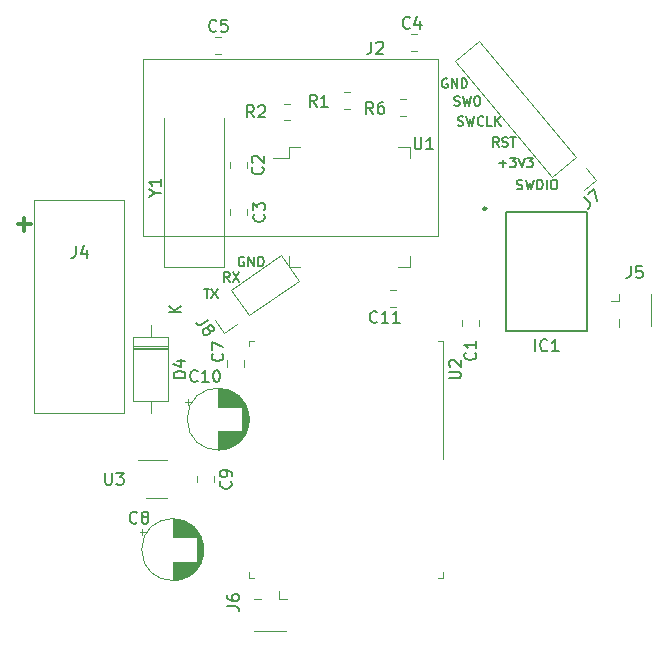
<source format=gbr>
G04 #@! TF.GenerationSoftware,KiCad,Pcbnew,(5.1.4-0-10_14)*
G04 #@! TF.CreationDate,2020-03-10T19:27:28+01:00*
G04 #@! TF.ProjectId,CanSat2020Probe,43616e53-6174-4323-9032-3050726f6265,v01*
G04 #@! TF.SameCoordinates,Original*
G04 #@! TF.FileFunction,Legend,Top*
G04 #@! TF.FilePolarity,Positive*
%FSLAX46Y46*%
G04 Gerber Fmt 4.6, Leading zero omitted, Abs format (unit mm)*
G04 Created by KiCad (PCBNEW (5.1.4-0-10_14)) date 2020-03-10 19:27:28*
%MOMM*%
%LPD*%
G04 APERTURE LIST*
%ADD10C,0.300000*%
%ADD11C,0.150000*%
%ADD12C,0.120000*%
%ADD13C,0.100000*%
%ADD14C,0.200000*%
%ADD15C,0.254000*%
G04 APERTURE END LIST*
D10*
X123778571Y-92057142D02*
X124921428Y-92057142D01*
X124350000Y-92628571D02*
X124350000Y-91485714D01*
D11*
X139540476Y-97511904D02*
X139997619Y-97511904D01*
X139769047Y-98311904D02*
X139769047Y-97511904D01*
X140188095Y-97511904D02*
X140721428Y-98311904D01*
X140721428Y-97511904D02*
X140188095Y-98311904D01*
X141716666Y-96911904D02*
X141450000Y-96530952D01*
X141259523Y-96911904D02*
X141259523Y-96111904D01*
X141564285Y-96111904D01*
X141640476Y-96150000D01*
X141678571Y-96188095D01*
X141716666Y-96264285D01*
X141716666Y-96378571D01*
X141678571Y-96454761D01*
X141640476Y-96492857D01*
X141564285Y-96530952D01*
X141259523Y-96530952D01*
X141983333Y-96111904D02*
X142516666Y-96911904D01*
X142516666Y-96111904D02*
X141983333Y-96911904D01*
X142940476Y-94850000D02*
X142864285Y-94811904D01*
X142750000Y-94811904D01*
X142635714Y-94850000D01*
X142559523Y-94926190D01*
X142521428Y-95002380D01*
X142483333Y-95154761D01*
X142483333Y-95269047D01*
X142521428Y-95421428D01*
X142559523Y-95497619D01*
X142635714Y-95573809D01*
X142750000Y-95611904D01*
X142826190Y-95611904D01*
X142940476Y-95573809D01*
X142978571Y-95535714D01*
X142978571Y-95269047D01*
X142826190Y-95269047D01*
X143321428Y-95611904D02*
X143321428Y-94811904D01*
X143778571Y-95611904D01*
X143778571Y-94811904D01*
X144159523Y-95611904D02*
X144159523Y-94811904D01*
X144350000Y-94811904D01*
X144464285Y-94850000D01*
X144540476Y-94926190D01*
X144578571Y-95002380D01*
X144616666Y-95154761D01*
X144616666Y-95269047D01*
X144578571Y-95421428D01*
X144540476Y-95497619D01*
X144464285Y-95573809D01*
X144350000Y-95611904D01*
X144159523Y-95611904D01*
X166054761Y-89073809D02*
X166169047Y-89111904D01*
X166359523Y-89111904D01*
X166435714Y-89073809D01*
X166473809Y-89035714D01*
X166511904Y-88959523D01*
X166511904Y-88883333D01*
X166473809Y-88807142D01*
X166435714Y-88769047D01*
X166359523Y-88730952D01*
X166207142Y-88692857D01*
X166130952Y-88654761D01*
X166092857Y-88616666D01*
X166054761Y-88540476D01*
X166054761Y-88464285D01*
X166092857Y-88388095D01*
X166130952Y-88350000D01*
X166207142Y-88311904D01*
X166397619Y-88311904D01*
X166511904Y-88350000D01*
X166778571Y-88311904D02*
X166969047Y-89111904D01*
X167121428Y-88540476D01*
X167273809Y-89111904D01*
X167464285Y-88311904D01*
X167769047Y-89111904D02*
X167769047Y-88311904D01*
X167959523Y-88311904D01*
X168073809Y-88350000D01*
X168150000Y-88426190D01*
X168188095Y-88502380D01*
X168226190Y-88654761D01*
X168226190Y-88769047D01*
X168188095Y-88921428D01*
X168150000Y-88997619D01*
X168073809Y-89073809D01*
X167959523Y-89111904D01*
X167769047Y-89111904D01*
X168569047Y-89111904D02*
X168569047Y-88311904D01*
X169102380Y-88311904D02*
X169254761Y-88311904D01*
X169330952Y-88350000D01*
X169407142Y-88426190D01*
X169445238Y-88578571D01*
X169445238Y-88845238D01*
X169407142Y-88997619D01*
X169330952Y-89073809D01*
X169254761Y-89111904D01*
X169102380Y-89111904D01*
X169026190Y-89073809D01*
X168950000Y-88997619D01*
X168911904Y-88845238D01*
X168911904Y-88578571D01*
X168950000Y-88426190D01*
X169026190Y-88350000D01*
X169102380Y-88311904D01*
X164540476Y-86907142D02*
X165150000Y-86907142D01*
X164845238Y-87211904D02*
X164845238Y-86602380D01*
X165454761Y-86411904D02*
X165950000Y-86411904D01*
X165683333Y-86716666D01*
X165797619Y-86716666D01*
X165873809Y-86754761D01*
X165911904Y-86792857D01*
X165950000Y-86869047D01*
X165950000Y-87059523D01*
X165911904Y-87135714D01*
X165873809Y-87173809D01*
X165797619Y-87211904D01*
X165569047Y-87211904D01*
X165492857Y-87173809D01*
X165454761Y-87135714D01*
X166178571Y-86411904D02*
X166445238Y-87211904D01*
X166711904Y-86411904D01*
X166902380Y-86411904D02*
X167397619Y-86411904D01*
X167130952Y-86716666D01*
X167245238Y-86716666D01*
X167321428Y-86754761D01*
X167359523Y-86792857D01*
X167397619Y-86869047D01*
X167397619Y-87059523D01*
X167359523Y-87135714D01*
X167321428Y-87173809D01*
X167245238Y-87211904D01*
X167016666Y-87211904D01*
X166940476Y-87173809D01*
X166902380Y-87135714D01*
X164511904Y-85511904D02*
X164245238Y-85130952D01*
X164054761Y-85511904D02*
X164054761Y-84711904D01*
X164359523Y-84711904D01*
X164435714Y-84750000D01*
X164473809Y-84788095D01*
X164511904Y-84864285D01*
X164511904Y-84978571D01*
X164473809Y-85054761D01*
X164435714Y-85092857D01*
X164359523Y-85130952D01*
X164054761Y-85130952D01*
X164816666Y-85473809D02*
X164930952Y-85511904D01*
X165121428Y-85511904D01*
X165197619Y-85473809D01*
X165235714Y-85435714D01*
X165273809Y-85359523D01*
X165273809Y-85283333D01*
X165235714Y-85207142D01*
X165197619Y-85169047D01*
X165121428Y-85130952D01*
X164969047Y-85092857D01*
X164892857Y-85054761D01*
X164854761Y-85016666D01*
X164816666Y-84940476D01*
X164816666Y-84864285D01*
X164854761Y-84788095D01*
X164892857Y-84750000D01*
X164969047Y-84711904D01*
X165159523Y-84711904D01*
X165273809Y-84750000D01*
X165502380Y-84711904D02*
X165959523Y-84711904D01*
X165730952Y-85511904D02*
X165730952Y-84711904D01*
X161040476Y-83673809D02*
X161154761Y-83711904D01*
X161345238Y-83711904D01*
X161421428Y-83673809D01*
X161459523Y-83635714D01*
X161497619Y-83559523D01*
X161497619Y-83483333D01*
X161459523Y-83407142D01*
X161421428Y-83369047D01*
X161345238Y-83330952D01*
X161192857Y-83292857D01*
X161116666Y-83254761D01*
X161078571Y-83216666D01*
X161040476Y-83140476D01*
X161040476Y-83064285D01*
X161078571Y-82988095D01*
X161116666Y-82950000D01*
X161192857Y-82911904D01*
X161383333Y-82911904D01*
X161497619Y-82950000D01*
X161764285Y-82911904D02*
X161954761Y-83711904D01*
X162107142Y-83140476D01*
X162259523Y-83711904D01*
X162450000Y-82911904D01*
X163211904Y-83635714D02*
X163173809Y-83673809D01*
X163059523Y-83711904D01*
X162983333Y-83711904D01*
X162869047Y-83673809D01*
X162792857Y-83597619D01*
X162754761Y-83521428D01*
X162716666Y-83369047D01*
X162716666Y-83254761D01*
X162754761Y-83102380D01*
X162792857Y-83026190D01*
X162869047Y-82950000D01*
X162983333Y-82911904D01*
X163059523Y-82911904D01*
X163173809Y-82950000D01*
X163211904Y-82988095D01*
X163935714Y-83711904D02*
X163554761Y-83711904D01*
X163554761Y-82911904D01*
X164202380Y-83711904D02*
X164202380Y-82911904D01*
X164659523Y-83711904D02*
X164316666Y-83254761D01*
X164659523Y-82911904D02*
X164202380Y-83369047D01*
X160745238Y-81973809D02*
X160859523Y-82011904D01*
X161050000Y-82011904D01*
X161126190Y-81973809D01*
X161164285Y-81935714D01*
X161202380Y-81859523D01*
X161202380Y-81783333D01*
X161164285Y-81707142D01*
X161126190Y-81669047D01*
X161050000Y-81630952D01*
X160897619Y-81592857D01*
X160821428Y-81554761D01*
X160783333Y-81516666D01*
X160745238Y-81440476D01*
X160745238Y-81364285D01*
X160783333Y-81288095D01*
X160821428Y-81250000D01*
X160897619Y-81211904D01*
X161088095Y-81211904D01*
X161202380Y-81250000D01*
X161469047Y-81211904D02*
X161659523Y-82011904D01*
X161811904Y-81440476D01*
X161964285Y-82011904D01*
X162154761Y-81211904D01*
X162611904Y-81211904D02*
X162764285Y-81211904D01*
X162840476Y-81250000D01*
X162916666Y-81326190D01*
X162954761Y-81478571D01*
X162954761Y-81745238D01*
X162916666Y-81897619D01*
X162840476Y-81973809D01*
X162764285Y-82011904D01*
X162611904Y-82011904D01*
X162535714Y-81973809D01*
X162459523Y-81897619D01*
X162421428Y-81745238D01*
X162421428Y-81478571D01*
X162459523Y-81326190D01*
X162535714Y-81250000D01*
X162611904Y-81211904D01*
X160140476Y-79750000D02*
X160064285Y-79711904D01*
X159950000Y-79711904D01*
X159835714Y-79750000D01*
X159759523Y-79826190D01*
X159721428Y-79902380D01*
X159683333Y-80054761D01*
X159683333Y-80169047D01*
X159721428Y-80321428D01*
X159759523Y-80397619D01*
X159835714Y-80473809D01*
X159950000Y-80511904D01*
X160026190Y-80511904D01*
X160140476Y-80473809D01*
X160178571Y-80435714D01*
X160178571Y-80169047D01*
X160026190Y-80169047D01*
X160521428Y-80511904D02*
X160521428Y-79711904D01*
X160978571Y-80511904D01*
X160978571Y-79711904D01*
X161359523Y-80511904D02*
X161359523Y-79711904D01*
X161550000Y-79711904D01*
X161664285Y-79750000D01*
X161740476Y-79826190D01*
X161778571Y-79902380D01*
X161816666Y-80054761D01*
X161816666Y-80169047D01*
X161778571Y-80321428D01*
X161740476Y-80397619D01*
X161664285Y-80473809D01*
X161550000Y-80511904D01*
X161359523Y-80511904D01*
D12*
X132760000Y-90000000D02*
X125140000Y-90000000D01*
X132760000Y-90000000D02*
X132760000Y-108000000D01*
X125140000Y-90000000D02*
X125140000Y-108000000D01*
X132760000Y-108000000D02*
X125140000Y-108000000D01*
D13*
X159750000Y-101900000D02*
X159750000Y-111900000D01*
X143350000Y-101900000D02*
X143350000Y-102400000D01*
X143750000Y-101900000D02*
X143350000Y-101900000D01*
X143350000Y-121500000D02*
X143350000Y-122000000D01*
X143750000Y-122000000D02*
X143350000Y-122000000D01*
X159750000Y-121500000D02*
X159750000Y-122000000D01*
X159750000Y-122000000D02*
X159350000Y-122000000D01*
X159750000Y-101900000D02*
X159350000Y-101900000D01*
D12*
X174665000Y-97950000D02*
X174665000Y-98590000D01*
X174665000Y-100750000D02*
X174665000Y-100110000D01*
X174665000Y-98590000D02*
X174035000Y-98590000D01*
X177385000Y-98000000D02*
X177385000Y-100700000D01*
X147582975Y-96819731D02*
X146057262Y-94640787D01*
X143372534Y-99767914D02*
X147582975Y-96819731D01*
X141846820Y-97588970D02*
X146057262Y-94640787D01*
X143372534Y-99767914D02*
X141846820Y-97588970D01*
X142332211Y-100496356D02*
X141242738Y-101259213D01*
X141242738Y-101259213D02*
X140479882Y-100169741D01*
X162850529Y-76547489D02*
X160812851Y-78257304D01*
X171052499Y-86322216D02*
X162850529Y-76547489D01*
X169014821Y-88032031D02*
X160812851Y-78257304D01*
X171052499Y-86322216D02*
X169014821Y-88032031D01*
X171868839Y-87295092D02*
X172723747Y-88313932D01*
X172723747Y-88313932D02*
X171704908Y-89168839D01*
X142960000Y-103591422D02*
X142960000Y-104108578D01*
X141540000Y-103591422D02*
X141540000Y-104108578D01*
X151908578Y-80890000D02*
X151391422Y-80890000D01*
X151908578Y-82310000D02*
X151391422Y-82310000D01*
X157571078Y-75990000D02*
X157053922Y-75990000D01*
X157571078Y-77410000D02*
X157053922Y-77410000D01*
X161440000Y-100153922D02*
X161440000Y-100671078D01*
X162860000Y-100153922D02*
X162860000Y-100671078D01*
X136520000Y-101610000D02*
X133580000Y-101610000D01*
X133580000Y-101610000D02*
X133580000Y-107050000D01*
X133580000Y-107050000D02*
X136520000Y-107050000D01*
X136520000Y-107050000D02*
X136520000Y-101610000D01*
X135050000Y-100590000D02*
X135050000Y-101610000D01*
X135050000Y-108070000D02*
X135050000Y-107050000D01*
X136520000Y-102510000D02*
X133580000Y-102510000D01*
X136520000Y-102630000D02*
X133580000Y-102630000D01*
X136520000Y-102390000D02*
X133580000Y-102390000D01*
X139520000Y-119600000D02*
G75*
G03X139520000Y-119600000I-2620000J0D01*
G01*
X136900000Y-120640000D02*
X136900000Y-122180000D01*
X136900000Y-117020000D02*
X136900000Y-118560000D01*
X136940000Y-120640000D02*
X136940000Y-122180000D01*
X136940000Y-117020000D02*
X136940000Y-118560000D01*
X136980000Y-117021000D02*
X136980000Y-118560000D01*
X136980000Y-120640000D02*
X136980000Y-122179000D01*
X137020000Y-117022000D02*
X137020000Y-118560000D01*
X137020000Y-120640000D02*
X137020000Y-122178000D01*
X137060000Y-117024000D02*
X137060000Y-118560000D01*
X137060000Y-120640000D02*
X137060000Y-122176000D01*
X137100000Y-117027000D02*
X137100000Y-118560000D01*
X137100000Y-120640000D02*
X137100000Y-122173000D01*
X137140000Y-117031000D02*
X137140000Y-118560000D01*
X137140000Y-120640000D02*
X137140000Y-122169000D01*
X137180000Y-117035000D02*
X137180000Y-118560000D01*
X137180000Y-120640000D02*
X137180000Y-122165000D01*
X137220000Y-117039000D02*
X137220000Y-118560000D01*
X137220000Y-120640000D02*
X137220000Y-122161000D01*
X137260000Y-117044000D02*
X137260000Y-118560000D01*
X137260000Y-120640000D02*
X137260000Y-122156000D01*
X137300000Y-117050000D02*
X137300000Y-118560000D01*
X137300000Y-120640000D02*
X137300000Y-122150000D01*
X137340000Y-117057000D02*
X137340000Y-118560000D01*
X137340000Y-120640000D02*
X137340000Y-122143000D01*
X137380000Y-117064000D02*
X137380000Y-118560000D01*
X137380000Y-120640000D02*
X137380000Y-122136000D01*
X137420000Y-117072000D02*
X137420000Y-118560000D01*
X137420000Y-120640000D02*
X137420000Y-122128000D01*
X137460000Y-117080000D02*
X137460000Y-118560000D01*
X137460000Y-120640000D02*
X137460000Y-122120000D01*
X137500000Y-117089000D02*
X137500000Y-118560000D01*
X137500000Y-120640000D02*
X137500000Y-122111000D01*
X137540000Y-117099000D02*
X137540000Y-118560000D01*
X137540000Y-120640000D02*
X137540000Y-122101000D01*
X137580000Y-117109000D02*
X137580000Y-118560000D01*
X137580000Y-120640000D02*
X137580000Y-122091000D01*
X137621000Y-117120000D02*
X137621000Y-118560000D01*
X137621000Y-120640000D02*
X137621000Y-122080000D01*
X137661000Y-117132000D02*
X137661000Y-118560000D01*
X137661000Y-120640000D02*
X137661000Y-122068000D01*
X137701000Y-117145000D02*
X137701000Y-118560000D01*
X137701000Y-120640000D02*
X137701000Y-122055000D01*
X137741000Y-117158000D02*
X137741000Y-118560000D01*
X137741000Y-120640000D02*
X137741000Y-122042000D01*
X137781000Y-117172000D02*
X137781000Y-118560000D01*
X137781000Y-120640000D02*
X137781000Y-122028000D01*
X137821000Y-117186000D02*
X137821000Y-118560000D01*
X137821000Y-120640000D02*
X137821000Y-122014000D01*
X137861000Y-117202000D02*
X137861000Y-118560000D01*
X137861000Y-120640000D02*
X137861000Y-121998000D01*
X137901000Y-117218000D02*
X137901000Y-118560000D01*
X137901000Y-120640000D02*
X137901000Y-121982000D01*
X137941000Y-117235000D02*
X137941000Y-118560000D01*
X137941000Y-120640000D02*
X137941000Y-121965000D01*
X137981000Y-117252000D02*
X137981000Y-118560000D01*
X137981000Y-120640000D02*
X137981000Y-121948000D01*
X138021000Y-117271000D02*
X138021000Y-118560000D01*
X138021000Y-120640000D02*
X138021000Y-121929000D01*
X138061000Y-117290000D02*
X138061000Y-118560000D01*
X138061000Y-120640000D02*
X138061000Y-121910000D01*
X138101000Y-117310000D02*
X138101000Y-118560000D01*
X138101000Y-120640000D02*
X138101000Y-121890000D01*
X138141000Y-117332000D02*
X138141000Y-118560000D01*
X138141000Y-120640000D02*
X138141000Y-121868000D01*
X138181000Y-117353000D02*
X138181000Y-118560000D01*
X138181000Y-120640000D02*
X138181000Y-121847000D01*
X138221000Y-117376000D02*
X138221000Y-118560000D01*
X138221000Y-120640000D02*
X138221000Y-121824000D01*
X138261000Y-117400000D02*
X138261000Y-118560000D01*
X138261000Y-120640000D02*
X138261000Y-121800000D01*
X138301000Y-117425000D02*
X138301000Y-118560000D01*
X138301000Y-120640000D02*
X138301000Y-121775000D01*
X138341000Y-117451000D02*
X138341000Y-118560000D01*
X138341000Y-120640000D02*
X138341000Y-121749000D01*
X138381000Y-117478000D02*
X138381000Y-118560000D01*
X138381000Y-120640000D02*
X138381000Y-121722000D01*
X138421000Y-117505000D02*
X138421000Y-118560000D01*
X138421000Y-120640000D02*
X138421000Y-121695000D01*
X138461000Y-117535000D02*
X138461000Y-118560000D01*
X138461000Y-120640000D02*
X138461000Y-121665000D01*
X138501000Y-117565000D02*
X138501000Y-118560000D01*
X138501000Y-120640000D02*
X138501000Y-121635000D01*
X138541000Y-117596000D02*
X138541000Y-118560000D01*
X138541000Y-120640000D02*
X138541000Y-121604000D01*
X138581000Y-117629000D02*
X138581000Y-118560000D01*
X138581000Y-120640000D02*
X138581000Y-121571000D01*
X138621000Y-117663000D02*
X138621000Y-118560000D01*
X138621000Y-120640000D02*
X138621000Y-121537000D01*
X138661000Y-117699000D02*
X138661000Y-118560000D01*
X138661000Y-120640000D02*
X138661000Y-121501000D01*
X138701000Y-117736000D02*
X138701000Y-118560000D01*
X138701000Y-120640000D02*
X138701000Y-121464000D01*
X138741000Y-117774000D02*
X138741000Y-118560000D01*
X138741000Y-120640000D02*
X138741000Y-121426000D01*
X138781000Y-117815000D02*
X138781000Y-118560000D01*
X138781000Y-120640000D02*
X138781000Y-121385000D01*
X138821000Y-117857000D02*
X138821000Y-118560000D01*
X138821000Y-120640000D02*
X138821000Y-121343000D01*
X138861000Y-117901000D02*
X138861000Y-118560000D01*
X138861000Y-120640000D02*
X138861000Y-121299000D01*
X138901000Y-117947000D02*
X138901000Y-118560000D01*
X138901000Y-120640000D02*
X138901000Y-121253000D01*
X138941000Y-117995000D02*
X138941000Y-121205000D01*
X138981000Y-118046000D02*
X138981000Y-121154000D01*
X139021000Y-118100000D02*
X139021000Y-121100000D01*
X139061000Y-118157000D02*
X139061000Y-121043000D01*
X139101000Y-118217000D02*
X139101000Y-120983000D01*
X139141000Y-118281000D02*
X139141000Y-120919000D01*
X139181000Y-118349000D02*
X139181000Y-120851000D01*
X139221000Y-118422000D02*
X139221000Y-120778000D01*
X139261000Y-118502000D02*
X139261000Y-120698000D01*
X139301000Y-118589000D02*
X139301000Y-120611000D01*
X139341000Y-118685000D02*
X139341000Y-120515000D01*
X139381000Y-118795000D02*
X139381000Y-120405000D01*
X139421000Y-118923000D02*
X139421000Y-120277000D01*
X139461000Y-119082000D02*
X139461000Y-120118000D01*
X139501000Y-119316000D02*
X139501000Y-119884000D01*
X134095225Y-118125000D02*
X134595225Y-118125000D01*
X134345225Y-117875000D02*
X134345225Y-118375000D01*
X138940000Y-113858578D02*
X138940000Y-113341422D01*
X140360000Y-113858578D02*
X140360000Y-113341422D01*
X138195225Y-106825000D02*
X138195225Y-107325000D01*
X137945225Y-107075000D02*
X138445225Y-107075000D01*
X143351000Y-108266000D02*
X143351000Y-108834000D01*
X143311000Y-108032000D02*
X143311000Y-109068000D01*
X143271000Y-107873000D02*
X143271000Y-109227000D01*
X143231000Y-107745000D02*
X143231000Y-109355000D01*
X143191000Y-107635000D02*
X143191000Y-109465000D01*
X143151000Y-107539000D02*
X143151000Y-109561000D01*
X143111000Y-107452000D02*
X143111000Y-109648000D01*
X143071000Y-107372000D02*
X143071000Y-109728000D01*
X143031000Y-107299000D02*
X143031000Y-109801000D01*
X142991000Y-107231000D02*
X142991000Y-109869000D01*
X142951000Y-107167000D02*
X142951000Y-109933000D01*
X142911000Y-107107000D02*
X142911000Y-109993000D01*
X142871000Y-107050000D02*
X142871000Y-110050000D01*
X142831000Y-106996000D02*
X142831000Y-110104000D01*
X142791000Y-106945000D02*
X142791000Y-110155000D01*
X142751000Y-109590000D02*
X142751000Y-110203000D01*
X142751000Y-106897000D02*
X142751000Y-107510000D01*
X142711000Y-109590000D02*
X142711000Y-110249000D01*
X142711000Y-106851000D02*
X142711000Y-107510000D01*
X142671000Y-109590000D02*
X142671000Y-110293000D01*
X142671000Y-106807000D02*
X142671000Y-107510000D01*
X142631000Y-109590000D02*
X142631000Y-110335000D01*
X142631000Y-106765000D02*
X142631000Y-107510000D01*
X142591000Y-109590000D02*
X142591000Y-110376000D01*
X142591000Y-106724000D02*
X142591000Y-107510000D01*
X142551000Y-109590000D02*
X142551000Y-110414000D01*
X142551000Y-106686000D02*
X142551000Y-107510000D01*
X142511000Y-109590000D02*
X142511000Y-110451000D01*
X142511000Y-106649000D02*
X142511000Y-107510000D01*
X142471000Y-109590000D02*
X142471000Y-110487000D01*
X142471000Y-106613000D02*
X142471000Y-107510000D01*
X142431000Y-109590000D02*
X142431000Y-110521000D01*
X142431000Y-106579000D02*
X142431000Y-107510000D01*
X142391000Y-109590000D02*
X142391000Y-110554000D01*
X142391000Y-106546000D02*
X142391000Y-107510000D01*
X142351000Y-109590000D02*
X142351000Y-110585000D01*
X142351000Y-106515000D02*
X142351000Y-107510000D01*
X142311000Y-109590000D02*
X142311000Y-110615000D01*
X142311000Y-106485000D02*
X142311000Y-107510000D01*
X142271000Y-109590000D02*
X142271000Y-110645000D01*
X142271000Y-106455000D02*
X142271000Y-107510000D01*
X142231000Y-109590000D02*
X142231000Y-110672000D01*
X142231000Y-106428000D02*
X142231000Y-107510000D01*
X142191000Y-109590000D02*
X142191000Y-110699000D01*
X142191000Y-106401000D02*
X142191000Y-107510000D01*
X142151000Y-109590000D02*
X142151000Y-110725000D01*
X142151000Y-106375000D02*
X142151000Y-107510000D01*
X142111000Y-109590000D02*
X142111000Y-110750000D01*
X142111000Y-106350000D02*
X142111000Y-107510000D01*
X142071000Y-109590000D02*
X142071000Y-110774000D01*
X142071000Y-106326000D02*
X142071000Y-107510000D01*
X142031000Y-109590000D02*
X142031000Y-110797000D01*
X142031000Y-106303000D02*
X142031000Y-107510000D01*
X141991000Y-109590000D02*
X141991000Y-110818000D01*
X141991000Y-106282000D02*
X141991000Y-107510000D01*
X141951000Y-109590000D02*
X141951000Y-110840000D01*
X141951000Y-106260000D02*
X141951000Y-107510000D01*
X141911000Y-109590000D02*
X141911000Y-110860000D01*
X141911000Y-106240000D02*
X141911000Y-107510000D01*
X141871000Y-109590000D02*
X141871000Y-110879000D01*
X141871000Y-106221000D02*
X141871000Y-107510000D01*
X141831000Y-109590000D02*
X141831000Y-110898000D01*
X141831000Y-106202000D02*
X141831000Y-107510000D01*
X141791000Y-109590000D02*
X141791000Y-110915000D01*
X141791000Y-106185000D02*
X141791000Y-107510000D01*
X141751000Y-109590000D02*
X141751000Y-110932000D01*
X141751000Y-106168000D02*
X141751000Y-107510000D01*
X141711000Y-109590000D02*
X141711000Y-110948000D01*
X141711000Y-106152000D02*
X141711000Y-107510000D01*
X141671000Y-109590000D02*
X141671000Y-110964000D01*
X141671000Y-106136000D02*
X141671000Y-107510000D01*
X141631000Y-109590000D02*
X141631000Y-110978000D01*
X141631000Y-106122000D02*
X141631000Y-107510000D01*
X141591000Y-109590000D02*
X141591000Y-110992000D01*
X141591000Y-106108000D02*
X141591000Y-107510000D01*
X141551000Y-109590000D02*
X141551000Y-111005000D01*
X141551000Y-106095000D02*
X141551000Y-107510000D01*
X141511000Y-109590000D02*
X141511000Y-111018000D01*
X141511000Y-106082000D02*
X141511000Y-107510000D01*
X141471000Y-109590000D02*
X141471000Y-111030000D01*
X141471000Y-106070000D02*
X141471000Y-107510000D01*
X141430000Y-109590000D02*
X141430000Y-111041000D01*
X141430000Y-106059000D02*
X141430000Y-107510000D01*
X141390000Y-109590000D02*
X141390000Y-111051000D01*
X141390000Y-106049000D02*
X141390000Y-107510000D01*
X141350000Y-109590000D02*
X141350000Y-111061000D01*
X141350000Y-106039000D02*
X141350000Y-107510000D01*
X141310000Y-109590000D02*
X141310000Y-111070000D01*
X141310000Y-106030000D02*
X141310000Y-107510000D01*
X141270000Y-109590000D02*
X141270000Y-111078000D01*
X141270000Y-106022000D02*
X141270000Y-107510000D01*
X141230000Y-109590000D02*
X141230000Y-111086000D01*
X141230000Y-106014000D02*
X141230000Y-107510000D01*
X141190000Y-109590000D02*
X141190000Y-111093000D01*
X141190000Y-106007000D02*
X141190000Y-107510000D01*
X141150000Y-109590000D02*
X141150000Y-111100000D01*
X141150000Y-106000000D02*
X141150000Y-107510000D01*
X141110000Y-109590000D02*
X141110000Y-111106000D01*
X141110000Y-105994000D02*
X141110000Y-107510000D01*
X141070000Y-109590000D02*
X141070000Y-111111000D01*
X141070000Y-105989000D02*
X141070000Y-107510000D01*
X141030000Y-109590000D02*
X141030000Y-111115000D01*
X141030000Y-105985000D02*
X141030000Y-107510000D01*
X140990000Y-109590000D02*
X140990000Y-111119000D01*
X140990000Y-105981000D02*
X140990000Y-107510000D01*
X140950000Y-109590000D02*
X140950000Y-111123000D01*
X140950000Y-105977000D02*
X140950000Y-107510000D01*
X140910000Y-109590000D02*
X140910000Y-111126000D01*
X140910000Y-105974000D02*
X140910000Y-107510000D01*
X140870000Y-109590000D02*
X140870000Y-111128000D01*
X140870000Y-105972000D02*
X140870000Y-107510000D01*
X140830000Y-109590000D02*
X140830000Y-111129000D01*
X140830000Y-105971000D02*
X140830000Y-107510000D01*
X140790000Y-105970000D02*
X140790000Y-107510000D01*
X140790000Y-109590000D02*
X140790000Y-111130000D01*
X140750000Y-105970000D02*
X140750000Y-107510000D01*
X140750000Y-109590000D02*
X140750000Y-111130000D01*
X143370000Y-108550000D02*
G75*
G03X143370000Y-108550000I-2620000J0D01*
G01*
X141790000Y-87308578D02*
X141790000Y-86791422D01*
X143210000Y-87308578D02*
X143210000Y-86791422D01*
X143210000Y-91258578D02*
X143210000Y-90741422D01*
X141790000Y-91258578D02*
X141790000Y-90741422D01*
X140503922Y-76240000D02*
X141021078Y-76240000D01*
X140503922Y-77660000D02*
X141021078Y-77660000D01*
X155291422Y-99060000D02*
X155808578Y-99060000D01*
X155291422Y-97640000D02*
X155808578Y-97640000D01*
D14*
X165125000Y-91000000D02*
X171975000Y-91000000D01*
X171975000Y-91000000D02*
X171975000Y-101100000D01*
X171975000Y-101100000D02*
X165125000Y-101100000D01*
X165125000Y-101100000D02*
X165125000Y-91000000D01*
D15*
X163450000Y-90725000D02*
G75*
G03X163450000Y-90725000I-125000J0D01*
G01*
D12*
X146500000Y-126485000D02*
X143800000Y-126485000D01*
X145910000Y-123765000D02*
X145910000Y-123135000D01*
X143750000Y-123765000D02*
X144390000Y-123765000D01*
X146550000Y-123765000D02*
X145910000Y-123765000D01*
X146291422Y-81840000D02*
X146808578Y-81840000D01*
X146291422Y-83260000D02*
X146808578Y-83260000D01*
X156141422Y-81440000D02*
X156658578Y-81440000D01*
X156141422Y-82860000D02*
X156658578Y-82860000D01*
X156010000Y-95710000D02*
X156960000Y-95710000D01*
X156960000Y-95710000D02*
X156960000Y-94760000D01*
X147690000Y-95710000D02*
X146740000Y-95710000D01*
X146740000Y-95710000D02*
X146740000Y-94760000D01*
X156010000Y-85490000D02*
X156960000Y-85490000D01*
X156960000Y-85490000D02*
X156960000Y-86440000D01*
X147690000Y-85490000D02*
X146740000Y-85490000D01*
X146740000Y-85490000D02*
X146740000Y-86440000D01*
X146740000Y-86440000D02*
X145400000Y-86440000D01*
X136150000Y-83100000D02*
X136150000Y-95700000D01*
X136150000Y-95700000D02*
X141250000Y-95700000D01*
X141250000Y-95700000D02*
X141250000Y-83100000D01*
X159350000Y-78050000D02*
X134350000Y-78050000D01*
X159350000Y-78050000D02*
X159350000Y-93050000D01*
X134350000Y-78050000D02*
X134350000Y-93050000D01*
X159350000Y-93050000D02*
X134350000Y-93050000D01*
X134650000Y-115210000D02*
X136450000Y-115210000D01*
X136450000Y-111990000D02*
X134000000Y-111990000D01*
D11*
X128716666Y-93902380D02*
X128716666Y-94616666D01*
X128669047Y-94759523D01*
X128573809Y-94854761D01*
X128430952Y-94902380D01*
X128335714Y-94902380D01*
X129621428Y-94235714D02*
X129621428Y-94902380D01*
X129383333Y-93854761D02*
X129145238Y-94569047D01*
X129764285Y-94569047D01*
X160302380Y-105111904D02*
X161111904Y-105111904D01*
X161207142Y-105064285D01*
X161254761Y-105016666D01*
X161302380Y-104921428D01*
X161302380Y-104730952D01*
X161254761Y-104635714D01*
X161207142Y-104588095D01*
X161111904Y-104540476D01*
X160302380Y-104540476D01*
X160397619Y-104111904D02*
X160350000Y-104064285D01*
X160302380Y-103969047D01*
X160302380Y-103730952D01*
X160350000Y-103635714D01*
X160397619Y-103588095D01*
X160492857Y-103540476D01*
X160588095Y-103540476D01*
X160730952Y-103588095D01*
X161302380Y-104159523D01*
X161302380Y-103540476D01*
X175691666Y-95602380D02*
X175691666Y-96316666D01*
X175644047Y-96459523D01*
X175548809Y-96554761D01*
X175405952Y-96602380D01*
X175310714Y-96602380D01*
X176644047Y-95602380D02*
X176167857Y-95602380D01*
X176120238Y-96078571D01*
X176167857Y-96030952D01*
X176263095Y-95983333D01*
X176501190Y-95983333D01*
X176596428Y-96030952D01*
X176644047Y-96078571D01*
X176691666Y-96173809D01*
X176691666Y-96411904D01*
X176644047Y-96507142D01*
X176596428Y-96554761D01*
X176501190Y-96602380D01*
X176263095Y-96602380D01*
X176167857Y-96554761D01*
X176120238Y-96507142D01*
X139918121Y-100156164D02*
X139333012Y-100565862D01*
X139188677Y-100608794D01*
X139056036Y-100585406D01*
X138935090Y-100495697D01*
X138880463Y-100417683D01*
X139922127Y-100909077D02*
X139906507Y-100803749D01*
X139918202Y-100737429D01*
X139968903Y-100643795D01*
X140007910Y-100616482D01*
X140113238Y-100600863D01*
X140179558Y-100612557D01*
X140273192Y-100663259D01*
X140382444Y-100819288D01*
X140398063Y-100924615D01*
X140386369Y-100990936D01*
X140335668Y-101084569D01*
X140296661Y-101111882D01*
X140191333Y-101127501D01*
X140125013Y-101115807D01*
X140031379Y-101065106D01*
X139922127Y-100909077D01*
X139828493Y-100858376D01*
X139762173Y-100846682D01*
X139656845Y-100862301D01*
X139500816Y-100971553D01*
X139450115Y-101065187D01*
X139438421Y-101131507D01*
X139454040Y-101236835D01*
X139563292Y-101392864D01*
X139656926Y-101443565D01*
X139723246Y-101455259D01*
X139828574Y-101439640D01*
X139984603Y-101330388D01*
X140035304Y-101236754D01*
X140046998Y-101170434D01*
X140031379Y-101065106D01*
X171740344Y-89729646D02*
X172199478Y-90276820D01*
X172254826Y-90416864D01*
X172243087Y-90551038D01*
X172164261Y-90679344D01*
X172091305Y-90740561D01*
X172032170Y-89484774D02*
X172542866Y-89056249D01*
X172857349Y-90097774D01*
X141107142Y-103016666D02*
X141154761Y-103064285D01*
X141202380Y-103207142D01*
X141202380Y-103302380D01*
X141154761Y-103445238D01*
X141059523Y-103540476D01*
X140964285Y-103588095D01*
X140773809Y-103635714D01*
X140630952Y-103635714D01*
X140440476Y-103588095D01*
X140345238Y-103540476D01*
X140250000Y-103445238D01*
X140202380Y-103302380D01*
X140202380Y-103207142D01*
X140250000Y-103064285D01*
X140297619Y-103016666D01*
X140202380Y-102683333D02*
X140202380Y-102016666D01*
X141202380Y-102445238D01*
X149083333Y-82102380D02*
X148750000Y-81626190D01*
X148511904Y-82102380D02*
X148511904Y-81102380D01*
X148892857Y-81102380D01*
X148988095Y-81150000D01*
X149035714Y-81197619D01*
X149083333Y-81292857D01*
X149083333Y-81435714D01*
X149035714Y-81530952D01*
X148988095Y-81578571D01*
X148892857Y-81626190D01*
X148511904Y-81626190D01*
X150035714Y-82102380D02*
X149464285Y-82102380D01*
X149750000Y-82102380D02*
X149750000Y-81102380D01*
X149654761Y-81245238D01*
X149559523Y-81340476D01*
X149464285Y-81388095D01*
X156983333Y-75407142D02*
X156935714Y-75454761D01*
X156792857Y-75502380D01*
X156697619Y-75502380D01*
X156554761Y-75454761D01*
X156459523Y-75359523D01*
X156411904Y-75264285D01*
X156364285Y-75073809D01*
X156364285Y-74930952D01*
X156411904Y-74740476D01*
X156459523Y-74645238D01*
X156554761Y-74550000D01*
X156697619Y-74502380D01*
X156792857Y-74502380D01*
X156935714Y-74550000D01*
X156983333Y-74597619D01*
X157840476Y-74835714D02*
X157840476Y-75502380D01*
X157602380Y-74454761D02*
X157364285Y-75169047D01*
X157983333Y-75169047D01*
X162507142Y-102916666D02*
X162554761Y-102964285D01*
X162602380Y-103107142D01*
X162602380Y-103202380D01*
X162554761Y-103345238D01*
X162459523Y-103440476D01*
X162364285Y-103488095D01*
X162173809Y-103535714D01*
X162030952Y-103535714D01*
X161840476Y-103488095D01*
X161745238Y-103440476D01*
X161650000Y-103345238D01*
X161602380Y-103202380D01*
X161602380Y-103107142D01*
X161650000Y-102964285D01*
X161697619Y-102916666D01*
X162602380Y-101964285D02*
X162602380Y-102535714D01*
X162602380Y-102250000D02*
X161602380Y-102250000D01*
X161745238Y-102345238D01*
X161840476Y-102440476D01*
X161888095Y-102535714D01*
X137972380Y-105068095D02*
X136972380Y-105068095D01*
X136972380Y-104830000D01*
X137020000Y-104687142D01*
X137115238Y-104591904D01*
X137210476Y-104544285D01*
X137400952Y-104496666D01*
X137543809Y-104496666D01*
X137734285Y-104544285D01*
X137829523Y-104591904D01*
X137924761Y-104687142D01*
X137972380Y-104830000D01*
X137972380Y-105068095D01*
X137305714Y-103639523D02*
X137972380Y-103639523D01*
X136924761Y-103877619D02*
X137639047Y-104115714D01*
X137639047Y-103496666D01*
X137602380Y-99511904D02*
X136602380Y-99511904D01*
X137602380Y-98940476D02*
X137030952Y-99369047D01*
X136602380Y-98940476D02*
X137173809Y-99511904D01*
X133883333Y-117307142D02*
X133835714Y-117354761D01*
X133692857Y-117402380D01*
X133597619Y-117402380D01*
X133454761Y-117354761D01*
X133359523Y-117259523D01*
X133311904Y-117164285D01*
X133264285Y-116973809D01*
X133264285Y-116830952D01*
X133311904Y-116640476D01*
X133359523Y-116545238D01*
X133454761Y-116450000D01*
X133597619Y-116402380D01*
X133692857Y-116402380D01*
X133835714Y-116450000D01*
X133883333Y-116497619D01*
X134454761Y-116830952D02*
X134359523Y-116783333D01*
X134311904Y-116735714D01*
X134264285Y-116640476D01*
X134264285Y-116592857D01*
X134311904Y-116497619D01*
X134359523Y-116450000D01*
X134454761Y-116402380D01*
X134645238Y-116402380D01*
X134740476Y-116450000D01*
X134788095Y-116497619D01*
X134835714Y-116592857D01*
X134835714Y-116640476D01*
X134788095Y-116735714D01*
X134740476Y-116783333D01*
X134645238Y-116830952D01*
X134454761Y-116830952D01*
X134359523Y-116878571D01*
X134311904Y-116926190D01*
X134264285Y-117021428D01*
X134264285Y-117211904D01*
X134311904Y-117307142D01*
X134359523Y-117354761D01*
X134454761Y-117402380D01*
X134645238Y-117402380D01*
X134740476Y-117354761D01*
X134788095Y-117307142D01*
X134835714Y-117211904D01*
X134835714Y-117021428D01*
X134788095Y-116926190D01*
X134740476Y-116878571D01*
X134645238Y-116830952D01*
X141807142Y-113816666D02*
X141854761Y-113864285D01*
X141902380Y-114007142D01*
X141902380Y-114102380D01*
X141854761Y-114245238D01*
X141759523Y-114340476D01*
X141664285Y-114388095D01*
X141473809Y-114435714D01*
X141330952Y-114435714D01*
X141140476Y-114388095D01*
X141045238Y-114340476D01*
X140950000Y-114245238D01*
X140902380Y-114102380D01*
X140902380Y-114007142D01*
X140950000Y-113864285D01*
X140997619Y-113816666D01*
X141902380Y-113340476D02*
X141902380Y-113150000D01*
X141854761Y-113054761D01*
X141807142Y-113007142D01*
X141664285Y-112911904D01*
X141473809Y-112864285D01*
X141092857Y-112864285D01*
X140997619Y-112911904D01*
X140950000Y-112959523D01*
X140902380Y-113054761D01*
X140902380Y-113245238D01*
X140950000Y-113340476D01*
X140997619Y-113388095D01*
X141092857Y-113435714D01*
X141330952Y-113435714D01*
X141426190Y-113388095D01*
X141473809Y-113340476D01*
X141521428Y-113245238D01*
X141521428Y-113054761D01*
X141473809Y-112959523D01*
X141426190Y-112911904D01*
X141330952Y-112864285D01*
X139007142Y-105307142D02*
X138959523Y-105354761D01*
X138816666Y-105402380D01*
X138721428Y-105402380D01*
X138578571Y-105354761D01*
X138483333Y-105259523D01*
X138435714Y-105164285D01*
X138388095Y-104973809D01*
X138388095Y-104830952D01*
X138435714Y-104640476D01*
X138483333Y-104545238D01*
X138578571Y-104450000D01*
X138721428Y-104402380D01*
X138816666Y-104402380D01*
X138959523Y-104450000D01*
X139007142Y-104497619D01*
X139959523Y-105402380D02*
X139388095Y-105402380D01*
X139673809Y-105402380D02*
X139673809Y-104402380D01*
X139578571Y-104545238D01*
X139483333Y-104640476D01*
X139388095Y-104688095D01*
X140578571Y-104402380D02*
X140673809Y-104402380D01*
X140769047Y-104450000D01*
X140816666Y-104497619D01*
X140864285Y-104592857D01*
X140911904Y-104783333D01*
X140911904Y-105021428D01*
X140864285Y-105211904D01*
X140816666Y-105307142D01*
X140769047Y-105354761D01*
X140673809Y-105402380D01*
X140578571Y-105402380D01*
X140483333Y-105354761D01*
X140435714Y-105307142D01*
X140388095Y-105211904D01*
X140340476Y-105021428D01*
X140340476Y-104783333D01*
X140388095Y-104592857D01*
X140435714Y-104497619D01*
X140483333Y-104450000D01*
X140578571Y-104402380D01*
X144507142Y-87216666D02*
X144554761Y-87264285D01*
X144602380Y-87407142D01*
X144602380Y-87502380D01*
X144554761Y-87645238D01*
X144459523Y-87740476D01*
X144364285Y-87788095D01*
X144173809Y-87835714D01*
X144030952Y-87835714D01*
X143840476Y-87788095D01*
X143745238Y-87740476D01*
X143650000Y-87645238D01*
X143602380Y-87502380D01*
X143602380Y-87407142D01*
X143650000Y-87264285D01*
X143697619Y-87216666D01*
X143697619Y-86835714D02*
X143650000Y-86788095D01*
X143602380Y-86692857D01*
X143602380Y-86454761D01*
X143650000Y-86359523D01*
X143697619Y-86311904D01*
X143792857Y-86264285D01*
X143888095Y-86264285D01*
X144030952Y-86311904D01*
X144602380Y-86883333D01*
X144602380Y-86264285D01*
X144607142Y-91216666D02*
X144654761Y-91264285D01*
X144702380Y-91407142D01*
X144702380Y-91502380D01*
X144654761Y-91645238D01*
X144559523Y-91740476D01*
X144464285Y-91788095D01*
X144273809Y-91835714D01*
X144130952Y-91835714D01*
X143940476Y-91788095D01*
X143845238Y-91740476D01*
X143750000Y-91645238D01*
X143702380Y-91502380D01*
X143702380Y-91407142D01*
X143750000Y-91264285D01*
X143797619Y-91216666D01*
X143702380Y-90883333D02*
X143702380Y-90264285D01*
X144083333Y-90597619D01*
X144083333Y-90454761D01*
X144130952Y-90359523D01*
X144178571Y-90311904D01*
X144273809Y-90264285D01*
X144511904Y-90264285D01*
X144607142Y-90311904D01*
X144654761Y-90359523D01*
X144702380Y-90454761D01*
X144702380Y-90740476D01*
X144654761Y-90835714D01*
X144607142Y-90883333D01*
X140595833Y-75657142D02*
X140548214Y-75704761D01*
X140405357Y-75752380D01*
X140310119Y-75752380D01*
X140167261Y-75704761D01*
X140072023Y-75609523D01*
X140024404Y-75514285D01*
X139976785Y-75323809D01*
X139976785Y-75180952D01*
X140024404Y-74990476D01*
X140072023Y-74895238D01*
X140167261Y-74800000D01*
X140310119Y-74752380D01*
X140405357Y-74752380D01*
X140548214Y-74800000D01*
X140595833Y-74847619D01*
X141500595Y-74752380D02*
X141024404Y-74752380D01*
X140976785Y-75228571D01*
X141024404Y-75180952D01*
X141119642Y-75133333D01*
X141357738Y-75133333D01*
X141452976Y-75180952D01*
X141500595Y-75228571D01*
X141548214Y-75323809D01*
X141548214Y-75561904D01*
X141500595Y-75657142D01*
X141452976Y-75704761D01*
X141357738Y-75752380D01*
X141119642Y-75752380D01*
X141024404Y-75704761D01*
X140976785Y-75657142D01*
X154207142Y-100307142D02*
X154159523Y-100354761D01*
X154016666Y-100402380D01*
X153921428Y-100402380D01*
X153778571Y-100354761D01*
X153683333Y-100259523D01*
X153635714Y-100164285D01*
X153588095Y-99973809D01*
X153588095Y-99830952D01*
X153635714Y-99640476D01*
X153683333Y-99545238D01*
X153778571Y-99450000D01*
X153921428Y-99402380D01*
X154016666Y-99402380D01*
X154159523Y-99450000D01*
X154207142Y-99497619D01*
X155159523Y-100402380D02*
X154588095Y-100402380D01*
X154873809Y-100402380D02*
X154873809Y-99402380D01*
X154778571Y-99545238D01*
X154683333Y-99640476D01*
X154588095Y-99688095D01*
X156111904Y-100402380D02*
X155540476Y-100402380D01*
X155826190Y-100402380D02*
X155826190Y-99402380D01*
X155730952Y-99545238D01*
X155635714Y-99640476D01*
X155540476Y-99688095D01*
X167573809Y-102802380D02*
X167573809Y-101802380D01*
X168621428Y-102707142D02*
X168573809Y-102754761D01*
X168430952Y-102802380D01*
X168335714Y-102802380D01*
X168192857Y-102754761D01*
X168097619Y-102659523D01*
X168050000Y-102564285D01*
X168002380Y-102373809D01*
X168002380Y-102230952D01*
X168050000Y-102040476D01*
X168097619Y-101945238D01*
X168192857Y-101850000D01*
X168335714Y-101802380D01*
X168430952Y-101802380D01*
X168573809Y-101850000D01*
X168621428Y-101897619D01*
X169573809Y-102802380D02*
X169002380Y-102802380D01*
X169288095Y-102802380D02*
X169288095Y-101802380D01*
X169192857Y-101945238D01*
X169097619Y-102040476D01*
X169002380Y-102088095D01*
X141502380Y-124383333D02*
X142216666Y-124383333D01*
X142359523Y-124430952D01*
X142454761Y-124526190D01*
X142502380Y-124669047D01*
X142502380Y-124764285D01*
X141502380Y-123478571D02*
X141502380Y-123669047D01*
X141550000Y-123764285D01*
X141597619Y-123811904D01*
X141740476Y-123907142D01*
X141930952Y-123954761D01*
X142311904Y-123954761D01*
X142407142Y-123907142D01*
X142454761Y-123859523D01*
X142502380Y-123764285D01*
X142502380Y-123573809D01*
X142454761Y-123478571D01*
X142407142Y-123430952D01*
X142311904Y-123383333D01*
X142073809Y-123383333D01*
X141978571Y-123430952D01*
X141930952Y-123478571D01*
X141883333Y-123573809D01*
X141883333Y-123764285D01*
X141930952Y-123859523D01*
X141978571Y-123907142D01*
X142073809Y-123954761D01*
X143783333Y-83002380D02*
X143450000Y-82526190D01*
X143211904Y-83002380D02*
X143211904Y-82002380D01*
X143592857Y-82002380D01*
X143688095Y-82050000D01*
X143735714Y-82097619D01*
X143783333Y-82192857D01*
X143783333Y-82335714D01*
X143735714Y-82430952D01*
X143688095Y-82478571D01*
X143592857Y-82526190D01*
X143211904Y-82526190D01*
X144164285Y-82097619D02*
X144211904Y-82050000D01*
X144307142Y-82002380D01*
X144545238Y-82002380D01*
X144640476Y-82050000D01*
X144688095Y-82097619D01*
X144735714Y-82192857D01*
X144735714Y-82288095D01*
X144688095Y-82430952D01*
X144116666Y-83002380D01*
X144735714Y-83002380D01*
X153883333Y-82702380D02*
X153550000Y-82226190D01*
X153311904Y-82702380D02*
X153311904Y-81702380D01*
X153692857Y-81702380D01*
X153788095Y-81750000D01*
X153835714Y-81797619D01*
X153883333Y-81892857D01*
X153883333Y-82035714D01*
X153835714Y-82130952D01*
X153788095Y-82178571D01*
X153692857Y-82226190D01*
X153311904Y-82226190D01*
X154740476Y-81702380D02*
X154550000Y-81702380D01*
X154454761Y-81750000D01*
X154407142Y-81797619D01*
X154311904Y-81940476D01*
X154264285Y-82130952D01*
X154264285Y-82511904D01*
X154311904Y-82607142D01*
X154359523Y-82654761D01*
X154454761Y-82702380D01*
X154645238Y-82702380D01*
X154740476Y-82654761D01*
X154788095Y-82607142D01*
X154835714Y-82511904D01*
X154835714Y-82273809D01*
X154788095Y-82178571D01*
X154740476Y-82130952D01*
X154645238Y-82083333D01*
X154454761Y-82083333D01*
X154359523Y-82130952D01*
X154311904Y-82178571D01*
X154264285Y-82273809D01*
X157388095Y-84702380D02*
X157388095Y-85511904D01*
X157435714Y-85607142D01*
X157483333Y-85654761D01*
X157578571Y-85702380D01*
X157769047Y-85702380D01*
X157864285Y-85654761D01*
X157911904Y-85607142D01*
X157959523Y-85511904D01*
X157959523Y-84702380D01*
X158959523Y-85702380D02*
X158388095Y-85702380D01*
X158673809Y-85702380D02*
X158673809Y-84702380D01*
X158578571Y-84845238D01*
X158483333Y-84940476D01*
X158388095Y-84988095D01*
X135426190Y-89426190D02*
X135902380Y-89426190D01*
X134902380Y-89759523D02*
X135426190Y-89426190D01*
X134902380Y-89092857D01*
X135902380Y-88235714D02*
X135902380Y-88807142D01*
X135902380Y-88521428D02*
X134902380Y-88521428D01*
X135045238Y-88616666D01*
X135140476Y-88711904D01*
X135188095Y-88807142D01*
X153716666Y-76602380D02*
X153716666Y-77316666D01*
X153669047Y-77459523D01*
X153573809Y-77554761D01*
X153430952Y-77602380D01*
X153335714Y-77602380D01*
X154145238Y-76697619D02*
X154192857Y-76650000D01*
X154288095Y-76602380D01*
X154526190Y-76602380D01*
X154621428Y-76650000D01*
X154669047Y-76697619D01*
X154716666Y-76792857D01*
X154716666Y-76888095D01*
X154669047Y-77030952D01*
X154097619Y-77602380D01*
X154716666Y-77602380D01*
X131188095Y-113102380D02*
X131188095Y-113911904D01*
X131235714Y-114007142D01*
X131283333Y-114054761D01*
X131378571Y-114102380D01*
X131569047Y-114102380D01*
X131664285Y-114054761D01*
X131711904Y-114007142D01*
X131759523Y-113911904D01*
X131759523Y-113102380D01*
X132140476Y-113102380D02*
X132759523Y-113102380D01*
X132426190Y-113483333D01*
X132569047Y-113483333D01*
X132664285Y-113530952D01*
X132711904Y-113578571D01*
X132759523Y-113673809D01*
X132759523Y-113911904D01*
X132711904Y-114007142D01*
X132664285Y-114054761D01*
X132569047Y-114102380D01*
X132283333Y-114102380D01*
X132188095Y-114054761D01*
X132140476Y-114007142D01*
M02*

</source>
